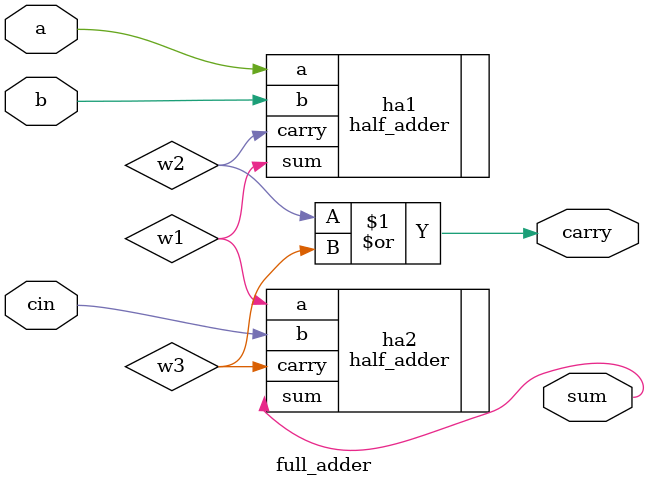
<source format=v>
module full_adder(a,b,cin,sum,carry);

input a,b,cin;
output sum,carry;
wire w1,w2,w3;

half_adder ha1(.a(a),.b(b),.sum(w1),.carry(w2));

half_adder ha2(.a(w1),.b(cin),.sum(sum),.carry(w3));

or o1(carry,w2,w3);

endmodule


</source>
